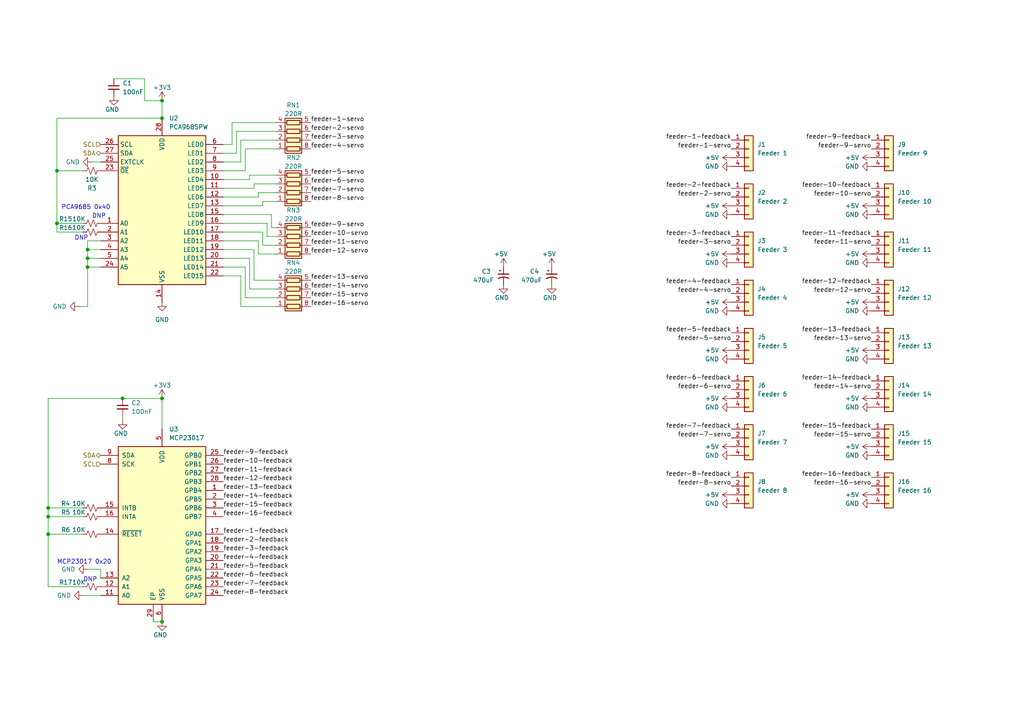
<source format=kicad_sch>
(kicad_sch (version 20230121) (generator eeschema)
  (paper "A4")
  (lib_symbols
    (symbol "Connector_Generic:Conn_01x04" (pin_names (offset 1.016) hide)
      (property "Reference" "J" (at 0 5.08 0))
      (property "Value" "Conn_01x04" (at 0 -7.62 0))
      (symbol "Conn_01x04_1_1"
        (rectangle (start -1.27 -4.953) (end 0 -5.207) (stroke (width 0.1524)))
        (rectangle (start -1.27 -2.413) (end 0 -2.667) (stroke (width 0.1524)))
        (rectangle (start -1.27 0.127) (end 0 -0.127) (stroke (width 0.1524)))
        (rectangle (start -1.27 2.667) (end 0 2.413) (stroke (width 0.1524)))
        (rectangle (start -1.27 3.81) (end 1.27 -6.35) (stroke (width 0.254)) (fill (type background)))
        (pin passive line (at -5.08 2.54 0) (length 3.81) (name "Pin_1") (number "1"))
        (pin passive line (at -5.08 0 0) (length 3.81) (name "Pin_2") (number "2"))
        (pin passive line (at -5.08 -2.54 0) (length 3.81) (name "Pin_3") (number "3"))
        (pin passive line (at -5.08 -5.08 0) (length 3.81) (name "Pin_4") (number "4"))
      )
    )
    (symbol "Device:C_Polarized_Small_US" (pin_numbers hide) (pin_names (offset 0.254) hide)
      (property "Reference" "C" (at 0.254 1.778 0))
      (property "Value" "C_Polarized_Small_US" (at 0.254 -2.032 0))
      (symbol "C_Polarized_Small_US_0_1"
        (polyline (pts (xy -1.524 0.508) (xy 1.524 0.508)) (stroke (width 0.3048)))
        (polyline (pts (xy -1.27 1.524) (xy -0.762 1.524)))
        (polyline (pts (xy -1.016 1.27) (xy -1.016 1.778)))
        (arc (start 1.524 -0.762) (mid 0 -0.3734) (end -1.524 -0.762) (stroke (width 0.3048)))
      )
      (symbol "C_Polarized_Small_US_1_1"
        (pin passive line (at 0 2.54 270) (length 2.032) (name "~") (number "1"))
        (pin passive line (at 0 -2.54 90) (length 2.032) (name "~") (number "2"))
      )
    )
    (symbol "Device:C_Small" (pin_numbers hide) (pin_names (offset 0.254) hide)
      (property "Reference" "C" (at 0.254 1.778 0))
      (property "Value" "C_Small" (at 0.254 -2.032 0))
      (symbol "C_Small_0_1"
        (polyline (pts (xy -1.524 -0.508) (xy 1.524 -0.508)) (stroke (width 0.3302)))
        (polyline (pts (xy -1.524 0.508) (xy 1.524 0.508)) (stroke (width 0.3048)))
      )
      (symbol "C_Small_1_1"
        (pin passive line (at 0 2.54 270) (length 2.032) (name "~") (number "1"))
        (pin passive line (at 0 -2.54 90) (length 2.032) (name "~") (number "2"))
      )
    )
    (symbol "Device:R_Pack04" (pin_names (offset 0) hide)
      (property "Reference" "RN" (at -7.62 0 90))
      (property "Value" "R_Pack04" (at 5.08 0 90))
      (symbol "R_Pack04_0_1"
        (rectangle (start -6.35 -2.413) (end 3.81 2.413) (stroke (width 0.254)) (fill (type background)))
        (rectangle (start -5.715 1.905) (end -4.445 -1.905) (stroke (width 0.254)))
        (rectangle (start -3.175 1.905) (end -1.905 -1.905) (stroke (width 0.254)))
        (rectangle (start -0.635 1.905) (end 0.635 -1.905) (stroke (width 0.254)))
        (polyline (pts (xy -5.08 -2.54) (xy -5.08 -1.905)))
        (polyline (pts (xy -5.08 1.905) (xy -5.08 2.54)))
        (polyline (pts (xy -2.54 -2.54) (xy -2.54 -1.905)))
        (polyline (pts (xy -2.54 1.905) (xy -2.54 2.54)))
        (polyline (pts (xy 0 -2.54) (xy 0 -1.905)))
        (polyline (pts (xy 0 1.905) (xy 0 2.54)))
        (polyline (pts (xy 2.54 -2.54) (xy 2.54 -1.905)))
        (polyline (pts (xy 2.54 1.905) (xy 2.54 2.54)))
        (rectangle (start 1.905 1.905) (end 3.175 -1.905) (stroke (width 0.254)))
      )
      (symbol "R_Pack04_1_1"
        (pin passive line (at -5.08 -5.08 90) (length 2.54) (name "R1.1") (number "1"))
        (pin passive line (at -2.54 -5.08 90) (length 2.54) (name "R2.1") (number "2"))
        (pin passive line (at 0 -5.08 90) (length 2.54) (name "R3.1") (number "3"))
        (pin passive line (at 2.54 -5.08 90) (length 2.54) (name "R4.1") (number "4"))
        (pin passive line (at 2.54 5.08 270) (length 2.54) (name "R4.2") (number "5"))
        (pin passive line (at 0 5.08 270) (length 2.54) (name "R3.2") (number "6"))
        (pin passive line (at -2.54 5.08 270) (length 2.54) (name "R2.2") (number "7"))
        (pin passive line (at -5.08 5.08 270) (length 2.54) (name "R1.2") (number "8"))
      )
    )
    (symbol "Device:R_Small_US" (pin_numbers hide) (pin_names (offset 0.254) hide)
      (property "Reference" "R" (at 0.762 0.508 0))
      (property "Value" "R_Small_US" (at 0.762 -1.016 0))
      (symbol "R_Small_US_1_1"
        (polyline (pts (xy 0 0) (xy 1.016 -0.381) (xy 0 -0.762) (xy -1.016 -1.143) (xy 0 -1.524)))
        (polyline (pts (xy 0 1.524) (xy 1.016 1.143) (xy 0 0.762) (xy -1.016 0.381) (xy 0 0)))
        (pin passive line (at 0 2.54 270) (length 1.016) (name "~") (number "1"))
        (pin passive line (at 0 -2.54 90) (length 1.016) (name "~") (number "2"))
      )
    )
    (symbol "Driver_LED:PCA9685PW"
      (property "Reference" "U" (at -12.7 22.225 0))
      (property "Value" "PCA9685PW" (at 1.27 22.225 0))
      (symbol "PCA9685PW_0_1"
        (rectangle (start -12.7 20.32) (end 12.7 -22.86) (stroke (width 0.254)) (fill (type background)))
      )
      (symbol "PCA9685PW_1_1"
        (pin input line (at -17.78 -5.08 0) (length 5.08) (name "A0") (number "1"))
        (pin output line (at 17.78 7.62 180) (length 5.08) (name "LED4") (number "10"))
        (pin output line (at 17.78 5.08 180) (length 5.08) (name "LED5") (number "11"))
        (pin output line (at 17.78 2.54 180) (length 5.08) (name "LED6") (number "12"))
        (pin output line (at 17.78 0 180) (length 5.08) (name "LED7") (number "13"))
        (pin power_in line (at 0 -27.94 90) (length 5.08) (name "VSS") (number "14"))
        (pin output line (at 17.78 -2.54 180) (length 5.08) (name "LED8") (number "15"))
        (pin output line (at 17.78 -5.08 180) (length 5.08) (name "LED9") (number "16"))
        (pin output line (at 17.78 -7.62 180) (length 5.08) (name "LED10") (number "17"))
        (pin output line (at 17.78 -10.16 180) (length 5.08) (name "LED11") (number "18"))
        (pin output line (at 17.78 -12.7 180) (length 5.08) (name "LED12") (number "19"))
        (pin input line (at -17.78 -7.62 0) (length 5.08) (name "A1") (number "2"))
        (pin output line (at 17.78 -15.24 180) (length 5.08) (name "LED13") (number "20"))
        (pin output line (at 17.78 -17.78 180) (length 5.08) (name "LED14") (number "21"))
        (pin output line (at 17.78 -20.32 180) (length 5.08) (name "LED15") (number "22"))
        (pin input line (at -17.78 10.16 0) (length 5.08) (name "~{OE}") (number "23"))
        (pin input line (at -17.78 -17.78 0) (length 5.08) (name "A5") (number "24"))
        (pin input line (at -17.78 12.7 0) (length 5.08) (name "EXTCLK") (number "25"))
        (pin input line (at -17.78 17.78 0) (length 5.08) (name "SCL") (number "26"))
        (pin bidirectional line (at -17.78 15.24 0) (length 5.08) (name "SDA") (number "27"))
        (pin power_in line (at 0 25.4 270) (length 5.08) (name "VDD") (number "28"))
        (pin input line (at -17.78 -10.16 0) (length 5.08) (name "A2") (number "3"))
        (pin input line (at -17.78 -12.7 0) (length 5.08) (name "A3") (number "4"))
        (pin input line (at -17.78 -15.24 0) (length 5.08) (name "A4") (number "5"))
        (pin output line (at 17.78 17.78 180) (length 5.08) (name "LED0") (number "6"))
        (pin output line (at 17.78 15.24 180) (length 5.08) (name "LED1") (number "7"))
        (pin output line (at 17.78 12.7 180) (length 5.08) (name "LED2") (number "8"))
        (pin output line (at 17.78 10.16 180) (length 5.08) (name "LED3") (number "9"))
      )
    )
    (symbol "Interface_Expansion:MCP23017_ML" (pin_names (offset 1.016))
      (property "Reference" "U" (at -11.43 24.13 0))
      (property "Value" "MCP23017_ML" (at 0 0 0))
      (symbol "MCP23017_ML_0_1"
        (rectangle (start -12.7 22.86) (end 12.7 -22.86) (stroke (width 0.254)) (fill (type background)))
      )
      (symbol "MCP23017_ML_1_1"
        (pin bidirectional line (at 17.78 10.16 180) (length 5.08) (name "GPB4") (number "1"))
        (pin no_connect line (at -12.7 12.7 0) (length 5.08) hide (name "NC") (number "10"))
        (pin input line (at -17.78 -20.32 0) (length 5.08) (name "A0") (number "11"))
        (pin input line (at -17.78 -17.78 0) (length 5.08) (name "A1") (number "12"))
        (pin input line (at -17.78 -15.24 0) (length 5.08) (name "A2") (number "13"))
        (pin input line (at -17.78 -2.54 0) (length 5.08) (name "~{RESET}") (number "14"))
        (pin tri_state line (at -17.78 5.08 0) (length 5.08) (name "INTB") (number "15"))
        (pin tri_state line (at -17.78 2.54 0) (length 5.08) (name "INTA") (number "16"))
        (pin bidirectional line (at 17.78 -2.54 180) (length 5.08) (name "GPA0") (number "17"))
        (pin bidirectional line (at 17.78 -5.08 180) (length 5.08) (name "GPA1") (number "18"))
        (pin bidirectional line (at 17.78 -7.62 180) (length 5.08) (name "GPA2") (number "19"))
        (pin bidirectional line (at 17.78 7.62 180) (length 5.08) (name "GPB5") (number "2"))
        (pin bidirectional line (at 17.78 -10.16 180) (length 5.08) (name "GPA3") (number "20"))
        (pin bidirectional line (at 17.78 -12.7 180) (length 5.08) (name "GPA4") (number "21"))
        (pin bidirectional line (at 17.78 -15.24 180) (length 5.08) (name "GPA5") (number "22"))
        (pin bidirectional line (at 17.78 -17.78 180) (length 5.08) (name "GPA6") (number "23"))
        (pin bidirectional line (at 17.78 -20.32 180) (length 5.08) (name "GPA7") (number "24"))
        (pin bidirectional line (at 17.78 20.32 180) (length 5.08) (name "GPB0") (number "25"))
        (pin bidirectional line (at 17.78 17.78 180) (length 5.08) (name "GPB1") (number "26"))
        (pin bidirectional line (at 17.78 15.24 180) (length 5.08) (name "GPB2") (number "27"))
        (pin bidirectional line (at 17.78 12.7 180) (length 5.08) (name "GPB3") (number "28"))
        (pin passive line (at -2.54 -27.94 90) (length 5.08) (name "EP") (number "29"))
        (pin bidirectional line (at 17.78 5.08 180) (length 5.08) (name "GPB6") (number "3"))
        (pin bidirectional line (at 17.78 2.54 180) (length 5.08) (name "GPB7") (number "4"))
        (pin power_in line (at 0 27.94 270) (length 5.08) (name "VDD") (number "5"))
        (pin power_in line (at 0 -27.94 90) (length 5.08) (name "VSS") (number "6"))
        (pin no_connect line (at -12.7 15.24 0) (length 5.08) hide (name "NC") (number "7"))
        (pin input line (at -17.78 17.78 0) (length 5.08) (name "SCK") (number "8"))
        (pin bidirectional line (at -17.78 20.32 0) (length 5.08) (name "SDA") (number "9"))
      )
    )
    (symbol "power:+3V3" (power) (pin_names (offset 0))
      (property "Value" "+3V3" (at 0 3.556 0))
      (symbol "+3V3_0_1"
        (polyline (pts (xy -0.762 1.27) (xy 0 2.54)))
        (polyline (pts (xy 0 0) (xy 0 2.54)))
        (polyline (pts (xy 0 2.54) (xy 0.762 1.27)))
      )
      (symbol "+3V3_1_1"
        (pin power_in line (at 0 0 90) (length 0) hide (name "+3V3") (number "1"))
      )
    )
    (symbol "power:+5V" (power) (pin_names (offset 0))
      (property "Value" "+5V" (at 0 3.556 0))
      (symbol "+5V_0_1"
        (polyline (pts (xy -0.762 1.27) (xy 0 2.54)))
        (polyline (pts (xy 0 0) (xy 0 2.54)))
        (polyline (pts (xy 0 2.54) (xy 0.762 1.27)))
      )
      (symbol "+5V_1_1"
        (pin power_in line (at 0 0 90) (length 0) hide (name "+5V") (number "1"))
      )
    )
    (symbol "power:GND" (power) (pin_names (offset 0))
      (property "Value" "GND" (at 0 -3.81 0))
      (symbol "GND_0_1"
        (polyline (pts (xy 0 0) (xy 0 -1.27) (xy 1.27 -1.27) (xy 0 -2.54) (xy -1.27 -1.27) (xy 0 -1.27)))
      )
      (symbol "GND_1_1"
        (pin power_in line (at 0 0 270) (length 0) hide (name "GND") (number "1"))
      )
    )
  )
  (junction (at 13.97 154.94))
  (junction (at 16.51 49.53))
  (junction (at 16.51 64.77))
  (junction (at 13.97 149.86))
  (junction (at 13.97 147.32))
  (junction (at 25.4 74.93))
  (junction (at 46.99 34.29))
  (junction (at 46.99 29.21))
  (junction (at 46.99 115.57))
  (junction (at 35.56 115.57))
  (junction (at 25.4 77.47))
  (junction (at 25.4 72.39))
  (junction (at 46.99 180.34))
  (wire (pts (xy 16.51 64.77) (xy 16.51 49.53)))
  (wire (pts (xy 24.13 172.72) (xy 29.21 172.72)))
  (wire (pts (xy 13.97 147.32) (xy 24.13 147.32)))
  (wire (pts (xy 13.97 149.86) (xy 13.97 154.94)))
  (wire (pts (xy 69.85 40.64) (xy 80.01 40.64)))
  (wire (pts (xy 78.74 66.04) (xy 80.01 66.04)))
  (wire (pts (xy 72.39 74.93) (xy 64.77 74.93)))
  (wire (pts (xy 25.4 74.93) (xy 25.4 77.47)))
  (wire (pts (xy 25.4 72.39) (xy 25.4 74.93)))
  (wire (pts (xy 73.66 54.61) (xy 64.77 54.61)))
  (wire (pts (xy 64.77 41.91) (xy 67.31 41.91)))
  (wire (pts (xy 74.93 57.15) (xy 74.93 55.88)))
  (wire (pts (xy 25.4 74.93) (xy 29.21 74.93)))
  (wire (pts (xy 72.39 50.8) (xy 80.01 50.8)))
  (wire (pts (xy 80.01 58.42) (xy 76.2 58.42)))
  (wire (pts (xy 76.2 58.42) (xy 76.2 59.69)))
  (wire (pts (xy 76.2 59.69) (xy 64.77 59.69)))
  (wire (pts (xy 80.01 53.34) (xy 73.66 53.34)))
  (wire (pts (xy 13.97 149.86) (xy 24.13 149.86)))
  (wire (pts (xy 69.85 80.01) (xy 64.77 80.01)))
  (wire (pts (xy 35.56 115.57) (xy 13.97 115.57)))
  (wire (pts (xy 35.56 121.92) (xy 35.56 120.65)))
  (wire (pts (xy 80.01 88.9) (xy 69.85 88.9)))
  (wire (pts (xy 74.93 73.66) (xy 80.01 73.66)))
  (wire (pts (xy 69.85 46.99) (xy 69.85 40.64)))
  (wire (pts (xy 80.01 68.58) (xy 77.47 68.58)))
  (wire (pts (xy 68.58 44.45) (xy 64.77 44.45)))
  (wire (pts (xy 25.4 88.9) (xy 22.86 88.9)))
  (wire (pts (xy 25.4 77.47) (xy 29.21 77.47)))
  (wire (pts (xy 29.21 165.1) (xy 29.21 167.64)))
  (wire (pts (xy 77.47 64.77) (xy 64.77 64.77)))
  (wire (pts (xy 16.51 64.77) (xy 24.13 64.77)))
  (wire (pts (xy 46.99 115.57) (xy 46.99 124.46)))
  (wire (pts (xy 74.93 55.88) (xy 80.01 55.88)))
  (wire (pts (xy 26.67 46.99) (xy 29.21 46.99)))
  (wire (pts (xy 44.45 180.34) (xy 46.99 180.34)))
  (wire (pts (xy 77.47 68.58) (xy 77.47 64.77)))
  (wire (pts (xy 80.01 83.82) (xy 72.39 83.82)))
  (wire (pts (xy 80.01 43.18) (xy 71.12 43.18)))
  (wire (pts (xy 73.66 81.28) (xy 80.01 81.28)))
  (wire (pts (xy 25.4 69.85) (xy 29.21 69.85)))
  (wire (pts (xy 64.77 77.47) (xy 71.12 77.47)))
  (wire (pts (xy 16.51 34.29) (xy 16.51 49.53)))
  (wire (pts (xy 67.31 41.91) (xy 67.31 35.56)))
  (wire (pts (xy 33.02 22.86) (xy 41.91 22.86)))
  (wire (pts (xy 76.2 67.31) (xy 76.2 71.12)))
  (wire (pts (xy 64.77 67.31) (xy 76.2 67.31)))
  (wire (pts (xy 76.2 71.12) (xy 80.01 71.12)))
  (wire (pts (xy 71.12 43.18) (xy 71.12 49.53)))
  (wire (pts (xy 71.12 86.36) (xy 80.01 86.36)))
  (wire (pts (xy 69.85 88.9) (xy 69.85 80.01)))
  (wire (pts (xy 13.97 170.18) (xy 24.13 170.18)))
  (wire (pts (xy 41.91 22.86) (xy 41.91 29.21)))
  (wire (pts (xy 13.97 154.94) (xy 24.13 154.94)))
  (wire (pts (xy 74.93 69.85) (xy 74.93 73.66)))
  (wire (pts (xy 25.4 77.47) (xy 25.4 88.9)))
  (wire (pts (xy 64.77 52.07) (xy 72.39 52.07)))
  (wire (pts (xy 72.39 83.82) (xy 72.39 74.93)))
  (wire (pts (xy 16.51 67.31) (xy 16.51 64.77)))
  (wire (pts (xy 64.77 49.53) (xy 71.12 49.53)))
  (wire (pts (xy 25.4 72.39) (xy 29.21 72.39)))
  (wire (pts (xy 41.91 29.21) (xy 46.99 29.21)))
  (wire (pts (xy 64.77 62.23) (xy 78.74 62.23)))
  (wire (pts (xy 13.97 115.57) (xy 13.97 147.32)))
  (wire (pts (xy 64.77 57.15) (xy 74.93 57.15)))
  (wire (pts (xy 73.66 53.34) (xy 73.66 54.61)))
  (wire (pts (xy 71.12 77.47) (xy 71.12 86.36)))
  (wire (pts (xy 16.51 49.53) (xy 24.13 49.53)))
  (wire (pts (xy 46.99 34.29) (xy 16.51 34.29)))
  (wire (pts (xy 35.56 115.57) (xy 46.99 115.57)))
  (wire (pts (xy 13.97 170.18) (xy 13.97 154.94)))
  (wire (pts (xy 25.4 165.1) (xy 29.21 165.1)))
  (wire (pts (xy 68.58 38.1) (xy 68.58 44.45)))
  (wire (pts (xy 64.77 72.39) (xy 73.66 72.39)))
  (wire (pts (xy 13.97 147.32) (xy 13.97 149.86)))
  (wire (pts (xy 25.4 69.85) (xy 25.4 72.39)))
  (wire (pts (xy 64.77 46.99) (xy 69.85 46.99)))
  (wire (pts (xy 80.01 38.1) (xy 68.58 38.1)))
  (wire (pts (xy 72.39 52.07) (xy 72.39 50.8)))
  (wire (pts (xy 24.13 67.31) (xy 16.51 67.31)))
  (wire (pts (xy 78.74 62.23) (xy 78.74 66.04)))
  (wire (pts (xy 67.31 35.56) (xy 80.01 35.56)))
  (wire (pts (xy 64.77 69.85) (xy 74.93 69.85)))
  (wire (pts (xy 46.99 29.21) (xy 46.99 34.29)))
  (wire (pts (xy 73.66 72.39) (xy 73.66 81.28)))
  (text "MCP23017 0x20" (at 16.51 163.83 0) (effects (font (size 1.27 1.27)) (justify left bottom)))
  (text "PCA9685 0x40" (at 17.78 60.96 0) (effects (font (size 1.27 1.27)) (justify left bottom)))
  (text "DNP" (at 21.59 69.85 0) (effects (font (size 1.27 1.27)) (justify left bottom)))
  (text "DNP" (at 24.13 168.91 0) (effects (font (size 1.27 1.27)) (justify left bottom)))
  (text "DNP" (at 26.67 63.5 0) (effects (font (size 1.27 1.27)) (justify left bottom)))
  (label "feeder-6-feedback" (at 64.77 167.64 0))
  (label "feeder-1-feedback" (at 212.09 40.64 180))
  (label "feeder-16-feedback" (at 252.73 138.43 180))
  (label "feeder-13-feedback" (at 64.77 142.24 0))
  (label "feeder-6-servo" (at 212.09 113.03 180))
  (label "feeder-7-feedback" (at 212.09 124.46 180))
  (label "feeder-13-feedback" (at 252.73 96.52 180))
  (label "feeder-1-servo" (at 90.17 35.56 0))
  (label "feeder-5-feedback" (at 64.77 165.1 0))
  (label "feeder-14-servo" (at 252.73 113.03 180))
  (label "feeder-7-feedback" (at 64.77 170.18 0))
  (label "feeder-11-servo" (at 90.17 71.12 0))
  (label "feeder-5-servo" (at 212.09 99.06 180))
  (label "feeder-10-servo" (at 252.73 57.15 180))
  (label "feeder-9-feedback" (at 252.73 40.64 180))
  (label "feeder-3-feedback" (at 64.77 160.02 0))
  (label "feeder-10-feedback" (at 252.73 54.61 180))
  (label "feeder-8-servo" (at 212.09 140.97 180))
  (label "feeder-15-feedback" (at 252.73 124.46 180))
  (label "feeder-14-feedback" (at 252.73 110.49 180))
  (label "feeder-15-servo" (at 252.73 127 180))
  (label "feeder-5-servo" (at 90.17 50.8 0))
  (label "feeder-2-feedback" (at 64.77 157.48 0))
  (label "feeder-12-servo" (at 252.73 85.09 180))
  (label "feeder-8-feedback" (at 212.09 138.43 180))
  (label "feeder-1-feedback" (at 64.77 154.94 0))
  (label "feeder-4-feedback" (at 64.77 162.56 0))
  (label "feeder-14-feedback" (at 64.77 144.78 0))
  (label "feeder-9-feedback" (at 64.77 132.08 0))
  (label "feeder-11-feedback" (at 64.77 137.16 0))
  (label "feeder-15-feedback" (at 64.77 147.32 0))
  (label "feeder-3-feedback" (at 212.09 68.58 180))
  (label "feeder-1-servo" (at 212.09 43.18 180))
  (label "feeder-16-servo" (at 252.73 140.97 180))
  (label "feeder-12-servo" (at 90.17 73.66 0))
  (label "feeder-4-feedback" (at 212.09 82.55 180))
  (label "feeder-11-servo" (at 252.73 71.12 180))
  (label "feeder-6-servo" (at 90.17 53.34 0))
  (label "feeder-9-servo" (at 252.73 43.18 180))
  (label "feeder-8-feedback" (at 64.77 172.72 0))
  (label "feeder-16-servo" (at 90.17 88.9 0))
  (label "feeder-5-feedback" (at 212.09 96.52 180))
  (label "feeder-2-servo" (at 90.17 38.1 0))
  (label "feeder-2-servo" (at 212.09 57.15 180))
  (label "feeder-4-servo" (at 212.09 85.09 180))
  (label "feeder-3-servo" (at 90.17 40.64 0))
  (label "feeder-10-servo" (at 90.17 68.58 0))
  (label "feeder-9-servo" (at 90.17 66.04 0))
  (label "feeder-16-feedback" (at 64.77 149.86 0))
  (label "feeder-14-servo" (at 90.17 83.82 0))
  (label "feeder-7-servo" (at 212.09 127 180))
  (label "feeder-12-feedback" (at 252.73 82.55 180))
  (label "feeder-13-servo" (at 90.17 81.28 0))
  (label "feeder-12-feedback" (at 64.77 139.7 0))
  (label "feeder-11-feedback" (at 252.73 68.58 180))
  (label "feeder-3-servo" (at 212.09 71.12 180))
  (label "feeder-2-feedback" (at 212.09 54.61 180))
  (label "feeder-10-feedback" (at 64.77 134.62 0))
  (label "feeder-6-feedback" (at 212.09 110.49 180))
  (label "feeder-8-servo" (at 90.17 58.42 0))
  (label "feeder-7-servo" (at 90.17 55.88 0))
  (label "feeder-15-servo" (at 90.17 86.36 0))
  (label "feeder-13-servo" (at 252.73 99.06 180))
  (label "feeder-4-servo" (at 90.17 43.18 0))
  (hierarchical_label "SCL" (shape input) (at 29.21 134.62 180))
  (hierarchical_label "SDA" (shape bidirectional) (at 29.21 132.08 180))
  (hierarchical_label "SCL" (shape input) (at 29.21 41.91 180))
  (hierarchical_label "SDA" (shape bidirectional) (at 29.21 44.45 180))
  (symbol (lib_id "Device:C_Small") (at 33.02 25.4 0) (unit 1)
    (property "Reference" "C1" (at 35.56 24.1362 0) (effects (justify left)))
    (property "Value" "100nF" (at 35.56 26.6762 0) (effects (justify left)))
    (property "Footprint" "Capacitor_SMD:C_0603_1608Metric_Pad1.08x0.95mm_HandSolder" (effects hide))
    (property "Mouser" "791-0603B822K250CT" (effects hide))
    (property "LCSC" "C113812" (effects hide))
  )
  (symbol (lib_id "power:GND") (at 35.56 121.92 0) (unit 1)
    (property "Reference" "#PWR06" (effects hide))
    (property "Value" "GND" (at 33.02 125.73 0) (effects (justify left)))
  )
  (symbol (lib_id "Connector_Generic:Conn_01x04") (at 217.17 140.97 0) (unit 1)
    (property "Reference" "J8" (at 219.71 139.6999 0) (effects (justify left)))
    (property "Value" "Feeder 8" (at 219.71 142.2399 0) (effects (justify left)))
    (property "Footprint" "Connector_PinHeader_2.54mm:PinHeader_1x04_P2.54mm_Vertical" (effects hide))
  )
  (symbol (lib_id "Device:R_Pack04") (at 85.09 53.34 270) (mirror x) (unit 1)
    (property "Reference" "RN2" (at 85.09 45.72 90))
    (property "Value" "220R" (at 85.09 48.26 90))
    (property "Footprint" "Resistor_SMD:R_Array_Concave_4x0402" (effects hide))
  )
  (symbol (lib_id "power:GND") (at 252.73 132.08 270) (unit 1)
    (property "Reference" "#PWR044" (effects hide))
    (property "Value" "GND" (at 245.11 132.08 90) (effects (justify left)))
  )
  (symbol (lib_id "power:GND") (at 46.99 87.63 0) (unit 1)
    (property "Reference" "#PWR08" (effects hide))
    (property "Value" "GND" (at 46.99 92.71 0))
  )
  (symbol (lib_id "Device:C_Small") (at 35.56 118.11 0) (unit 1)
    (property "Reference" "C2" (at 38.1 116.8462 0) (effects (justify left)))
    (property "Value" "100nF" (at 38.1 119.3862 0) (effects (justify left)))
    (property "Footprint" "Capacitor_SMD:C_0603_1608Metric_Pad1.08x0.95mm_HandSolder" (effects hide))
    (property "Mouser" "791-0603B822K250CT" (effects hide))
    (property "LCSC" "C113812" (effects hide))
  )
  (symbol (lib_id "power:GND") (at 26.67 46.99 270) (unit 1)
    (property "Reference" "#PWR04" (effects hide))
    (property "Value" "GND" (at 19.05 46.99 90) (effects (justify left)))
  )
  (symbol (lib_id "Device:R_Small_US") (at 26.67 154.94 90) (unit 1)
    (property "Reference" "R6" (at 19.05 153.67 90))
    (property "Value" "10K" (at 22.86 153.67 90))
    (property "Footprint" "Resistor_SMD:R_0603_1608Metric_Pad0.98x0.95mm_HandSolder" (effects hide))
    (property "Mouser" "279-CRGCQ0603F10K" (effects hide))
    (property "LCSC" "C98220" (effects hide))
  )
  (symbol (lib_id "Connector_Generic:Conn_01x04") (at 257.81 57.15 0) (unit 1)
    (property "Reference" "J10" (at 260.35 55.8799 0) (effects (justify left)))
    (property "Value" "Feeder 10" (at 260.35 58.4199 0) (effects (justify left)))
    (property "Footprint" "Connector_PinHeader_2.54mm:PinHeader_1x04_P2.54mm_Vertical" (effects hide))
  )
  (symbol (lib_id "power:GND") (at 252.73 62.23 270) (unit 1)
    (property "Reference" "#PWR034" (effects hide))
    (property "Value" "GND" (at 245.11 62.23 90) (effects (justify left)))
  )
  (symbol (lib_id "power:GND") (at 252.73 90.17 270) (unit 1)
    (property "Reference" "#PWR038" (effects hide))
    (property "Value" "GND" (at 245.11 90.17 90) (effects (justify left)))
  )
  (symbol (lib_id "power:+5V") (at 212.09 59.69 90) (unit 1)
    (property "Reference" "#PWR017" (effects hide))
    (property "Value" "+5V" (at 204.47 59.69 90) (effects (justify right)))
  )
  (symbol (lib_id "Connector_Generic:Conn_01x04") (at 257.81 43.18 0) (unit 1)
    (property "Reference" "J9" (at 260.35 41.9099 0) (effects (justify left)))
    (property "Value" "Feeder 9" (at 260.35 44.4499 0) (effects (justify left)))
    (property "Footprint" "Connector_PinHeader_2.54mm:PinHeader_1x04_P2.54mm_Vertical" (effects hide))
  )
  (symbol (lib_id "power:+3V3") (at 46.99 29.21 0) (unit 1)
    (property "Reference" "#PWR07" (effects hide))
    (property "Value" "+3V3" (at 46.99 25.4 0))
  )
  (symbol (lib_id "Device:R_Small_US") (at 26.67 149.86 90) (unit 1)
    (property "Reference" "R5" (at 19.05 148.59 90))
    (property "Value" "10K" (at 22.86 148.59 90))
    (property "Footprint" "Resistor_SMD:R_0603_1608Metric_Pad0.98x0.95mm_HandSolder" (effects hide))
    (property "Mouser" "279-CRGCQ0603F10K" (effects hide))
    (property "LCSC" "C98220" (effects hide))
  )
  (symbol (lib_id "power:GND") (at 212.09 146.05 270) (unit 1)
    (property "Reference" "#PWR030" (effects hide))
    (property "Value" "GND" (at 204.47 146.05 90) (effects (justify left)))
  )
  (symbol (lib_id "Connector_Generic:Conn_01x04") (at 217.17 71.12 0) (unit 1)
    (property "Reference" "J3" (at 219.71 69.8499 0) (effects (justify left)))
    (property "Value" "Feeder 3" (at 219.71 72.3899 0) (effects (justify left)))
    (property "Footprint" "Connector_PinHeader_2.54mm:PinHeader_1x04_P2.54mm_Vertical" (effects hide))
  )
  (symbol (lib_id "Device:R_Small_US") (at 26.67 170.18 90) (unit 1)
    (property "Reference" "R17" (at 19.05 168.91 90))
    (property "Value" "10K" (at 22.86 168.91 90))
    (property "Footprint" "Resistor_SMD:R_0603_1608Metric_Pad0.98x0.95mm_HandSolder" (effects hide))
    (property "Mouser" "279-CRGCQ0603F10K" (effects hide))
    (property "LCSC" "C98220" (effects hide))
  )
  (symbol (lib_id "Connector_Generic:Conn_01x04") (at 217.17 57.15 0) (unit 1)
    (property "Reference" "J2" (at 219.71 55.8799 0) (effects (justify left)))
    (property "Value" "Feeder 2" (at 219.71 58.4199 0) (effects (justify left)))
    (property "Footprint" "Connector_PinHeader_2.54mm:PinHeader_1x04_P2.54mm_Vertical" (effects hide))
  )
  (symbol (lib_id "power:GND") (at 33.02 27.94 0) (unit 1)
    (property "Reference" "#PWR05" (effects hide))
    (property "Value" "GND" (at 30.48 31.75 0) (effects (justify left)))
  )
  (symbol (lib_id "Connector_Generic:Conn_01x04") (at 217.17 127 0) (unit 1)
    (property "Reference" "J7" (at 219.71 125.7299 0) (effects (justify left)))
    (property "Value" "Feeder 7" (at 219.71 128.2699 0) (effects (justify left)))
    (property "Footprint" "Connector_PinHeader_2.54mm:PinHeader_1x04_P2.54mm_Vertical" (effects hide))
  )
  (symbol (lib_id "power:GND") (at 212.09 132.08 270) (unit 1)
    (property "Reference" "#PWR028" (effects hide))
    (property "Value" "GND" (at 204.47 132.08 90) (effects (justify left)))
  )
  (symbol (lib_id "power:+5V") (at 252.73 101.6 90) (unit 1)
    (property "Reference" "#PWR039" (effects hide))
    (property "Value" "+5V" (at 245.11 101.6 90) (effects (justify right)))
  )
  (symbol (lib_id "power:GND") (at 252.73 118.11 270) (unit 1)
    (property "Reference" "#PWR042" (effects hide))
    (property "Value" "GND" (at 245.11 118.11 90) (effects (justify left)))
  )
  (symbol (lib_id "Connector_Generic:Conn_01x04") (at 257.81 127 0) (unit 1)
    (property "Reference" "J15" (at 260.35 125.7299 0) (effects (justify left)))
    (property "Value" "Feeder 15" (at 260.35 128.2699 0) (effects (justify left)))
    (property "Footprint" "Connector_PinHeader_2.54mm:PinHeader_1x04_P2.54mm_Vertical" (effects hide))
  )
  (symbol (lib_id "power:GND") (at 146.05 82.55 0) (unit 1)
    (property "Reference" "#PWR012" (effects hide))
    (property "Value" "GND" (at 143.51 86.36 0) (effects (justify left)))
  )
  (symbol (lib_id "power:+5V") (at 252.73 143.51 90) (unit 1)
    (property "Reference" "#PWR045" (effects hide))
    (property "Value" "+5V" (at 245.11 143.51 90) (effects (justify right)))
  )
  (symbol (lib_id "power:+5V") (at 212.09 73.66 90) (unit 1)
    (property "Reference" "#PWR019" (effects hide))
    (property "Value" "+5V" (at 204.47 73.66 90) (effects (justify right)))
  )
  (symbol (lib_id "power:GND") (at 212.09 48.26 270) (unit 1)
    (property "Reference" "#PWR016" (effects hide))
    (property "Value" "GND" (at 204.47 48.26 90) (effects (justify left)))
  )
  (symbol (lib_id "power:+5V") (at 212.09 129.54 90) (unit 1)
    (property "Reference" "#PWR027" (effects hide))
    (property "Value" "+5V" (at 204.47 129.54 90) (effects (justify right)))
  )
  (symbol (lib_id "Connector_Generic:Conn_01x04") (at 217.17 113.03 0) (unit 1)
    (property "Reference" "J6" (at 219.71 111.7599 0) (effects (justify left)))
    (property "Value" "Feeder 6" (at 219.71 114.2999 0) (effects (justify left)))
    (property "Footprint" "Connector_PinHeader_2.54mm:PinHeader_1x04_P2.54mm_Vertical" (effects hide))
  )
  (symbol (lib_id "power:+5V") (at 252.73 45.72 90) (unit 1)
    (property "Reference" "#PWR031" (effects hide))
    (property "Value" "+5V" (at 245.11 45.72 90) (effects (justify right)))
  )
  (symbol (lib_id "power:GND") (at 212.09 90.17 270) (unit 1)
    (property "Reference" "#PWR022" (effects hide))
    (property "Value" "GND" (at 204.47 90.17 90) (effects (justify left)))
  )
  (symbol (lib_id "power:GND") (at 252.73 104.14 270) (unit 1)
    (property "Reference" "#PWR040" (effects hide))
    (property "Value" "GND" (at 245.11 104.14 90) (effects (justify left)))
  )
  (symbol (lib_id "power:+5V") (at 146.05 77.47 0) (unit 1)
    (property "Reference" "#PWR011" (effects hide))
    (property "Value" "+5V" (at 147.32 73.66 0) (effects (justify right)))
  )
  (symbol (lib_id "Connector_Generic:Conn_01x04") (at 257.81 140.97 0) (unit 1)
    (property "Reference" "J16" (at 260.35 139.6999 0) (effects (justify left)))
    (property "Value" "Feeder 16" (at 260.35 142.2399 0) (effects (justify left)))
    (property "Footprint" "Connector_PinHeader_2.54mm:PinHeader_1x04_P2.54mm_Vertical" (effects hide))
  )
  (symbol (lib_id "power:GND") (at 212.09 76.2 270) (unit 1)
    (property "Reference" "#PWR020" (effects hide))
    (property "Value" "GND" (at 204.47 76.2 90) (effects (justify left)))
  )
  (symbol (lib_id "power:GND") (at 212.09 118.11 270) (unit 1)
    (property "Reference" "#PWR026" (effects hide))
    (property "Value" "GND" (at 204.47 118.11 90) (effects (justify left)))
  )
  (symbol (lib_id "power:GND") (at 22.86 88.9 270) (unit 1)
    (property "Reference" "#PWR0105" (effects hide))
    (property "Value" "GND" (at 15.24 88.9 90) (effects (justify left)))
  )
  (symbol (lib_id "power:GND") (at 252.73 76.2 270) (unit 1)
    (property "Reference" "#PWR036" (effects hide))
    (property "Value" "GND" (at 245.11 76.2 90) (effects (justify left)))
  )
  (symbol (lib_id "Device:R_Small_US") (at 26.67 64.77 90) (unit 1)
    (property "Reference" "R15" (at 19.05 63.5 90))
    (property "Value" "10K" (at 22.86 63.5 90))
    (property "Footprint" "Resistor_SMD:R_0603_1608Metric_Pad0.98x0.95mm_HandSolder" (effects hide))
    (property "Mouser" "279-CRGCQ0603F10K" (effects hide))
    (property "LCSC" "C98220" (effects hide))
  )
  (symbol (lib_id "power:+5V") (at 212.09 115.57 90) (unit 1)
    (property "Reference" "#PWR025" (effects hide))
    (property "Value" "+5V" (at 204.47 115.57 90) (effects (justify right)))
  )
  (symbol (lib_id "power:GND") (at 160.02 82.55 0) (unit 1)
    (property "Reference" "#PWR014" (effects hide))
    (property "Value" "GND" (at 157.48 86.36 0) (effects (justify left)))
  )
  (symbol (lib_id "power:GND") (at 212.09 62.23 270) (unit 1)
    (property "Reference" "#PWR018" (effects hide))
    (property "Value" "GND" (at 204.47 62.23 90) (effects (justify left)))
  )
  (symbol (lib_id "Device:R_Small_US") (at 26.67 147.32 90) (unit 1)
    (property "Reference" "R4" (at 19.05 146.05 90))
    (property "Value" "10K" (at 22.86 146.05 90))
    (property "Footprint" "Resistor_SMD:R_0603_1608Metric_Pad0.98x0.95mm_HandSolder" (effects hide))
    (property "Mouser" "279-CRGCQ0603F10K" (effects hide))
    (property "LCSC" "C98220" (effects hide))
  )
  (symbol (lib_id "power:GND") (at 252.73 146.05 270) (unit 1)
    (property "Reference" "#PWR046" (effects hide))
    (property "Value" "GND" (at 245.11 146.05 90) (effects (justify left)))
  )
  (symbol (lib_id "Connector_Generic:Conn_01x04") (at 257.81 85.09 0) (unit 1)
    (property "Reference" "J12" (at 260.35 83.8199 0) (effects (justify left)))
    (property "Value" "Feeder 12" (at 260.35 86.3599 0) (effects (justify left)))
    (property "Footprint" "Connector_PinHeader_2.54mm:PinHeader_1x04_P2.54mm_Vertical" (effects hide))
  )
  (symbol (lib_id "Device:R_Pack04") (at 85.09 38.1 270) (mirror x) (unit 1)
    (property "Reference" "RN1" (at 85.09 30.48 90))
    (property "Value" "220R" (at 85.09 33.02 90))
    (property "Footprint" "Resistor_SMD:R_Array_Concave_4x0402" (effects hide))
  )
  (symbol (lib_id "power:+5V") (at 212.09 87.63 90) (unit 1)
    (property "Reference" "#PWR021" (effects hide))
    (property "Value" "+5V" (at 204.47 87.63 90) (effects (justify right)))
  )
  (symbol (lib_id "power:GND") (at 212.09 104.14 270) (unit 1)
    (property "Reference" "#PWR024" (effects hide))
    (property "Value" "GND" (at 204.47 104.14 90) (effects (justify left)))
  )
  (symbol (lib_id "Interface_Expansion:MCP23017_ML") (at 46.99 152.4 0) (unit 1)
    (property "Reference" "U3" (at 49.0094 124.46 0) (effects (justify left)))
    (property "Value" "MCP23017" (at 49.0094 127 0) (effects (justify left)))
    (property "Footprint" "Package_DFN_QFN:QFN-28-1EP_6x6mm_P0.65mm_EP4.25x4.25mm" (effects hide))
    (property "Datasheet" "http://ww1.microchip.com/downloads/en/DeviceDoc/20001952C.pdf" (effects hide))
  )
  (symbol (lib_id "power:+5V") (at 212.09 143.51 90) (unit 1)
    (property "Reference" "#PWR029" (effects hide))
    (property "Value" "+5V" (at 204.47 143.51 90) (effects (justify right)))
  )
  (symbol (lib_id "Connector_Generic:Conn_01x04") (at 257.81 113.03 0) (unit 1)
    (property "Reference" "J14" (at 260.35 111.7599 0) (effects (justify left)))
    (property "Value" "Feeder 14" (at 260.35 114.2999 0) (effects (justify left)))
    (property "Footprint" "Connector_PinHeader_2.54mm:PinHeader_1x04_P2.54mm_Vertical" (effects hide))
  )
  (symbol (lib_id "Connector_Generic:Conn_01x04") (at 257.81 71.12 0) (unit 1)
    (property "Reference" "J11" (at 260.35 69.8499 0) (effects (justify left)))
    (property "Value" "Feeder 11" (at 260.35 72.3899 0) (effects (justify left)))
    (property "Footprint" "Connector_PinHeader_2.54mm:PinHeader_1x04_P2.54mm_Vertical" (effects hide))
  )
  (symbol (lib_id "Connector_Generic:Conn_01x04") (at 217.17 43.18 0) (unit 1)
    (property "Reference" "J1" (at 219.71 41.9099 0) (effects (justify left)))
    (property "Value" "Feeder 1" (at 219.71 44.4499 0) (effects (justify left)))
    (property "Footprint" "Connector_PinHeader_2.54mm:PinHeader_1x04_P2.54mm_Vertical" (effects hide))
  )
  (symbol (lib_id "Device:C_Polarized_Small_US") (at 160.02 80.01 0) (unit 1)
    (property "Reference" "C4" (at 153.67 78.74 0) (effects (justify left)))
    (property "Value" "470uF" (at 151.13 81.28 0) (effects (justify left)))
    (property "Footprint" "Capacitor_THT:CP_Radial_D8.0mm_P5.00mm" (effects hide))
  )
  (symbol (lib_id "power:+5V") (at 252.73 59.69 90) (unit 1)
    (property "Reference" "#PWR033" (effects hide))
    (property "Value" "+5V" (at 245.11 59.69 90) (effects (justify right)))
  )
  (symbol (lib_id "Device:R_Small_US") (at 26.67 67.31 90) (unit 1)
    (property "Reference" "R16" (at 19.05 66.04 90))
    (property "Value" "10K" (at 22.86 66.04 90))
    (property "Footprint" "Resistor_SMD:R_0603_1608Metric_Pad0.98x0.95mm_HandSolder" (effects hide))
    (property "Mouser" "279-CRGCQ0603F10K" (effects hide))
    (property "LCSC" "C98220" (effects hide))
  )
  (symbol (lib_id "Connector_Generic:Conn_01x04") (at 257.81 99.06 0) (unit 1)
    (property "Reference" "J13" (at 260.35 97.7899 0) (effects (justify left)))
    (property "Value" "Feeder 13" (at 260.35 100.3299 0) (effects (justify left)))
    (property "Footprint" "Connector_PinHeader_2.54mm:PinHeader_1x04_P2.54mm_Vertical" (effects hide))
  )
  (symbol (lib_id "power:+5V") (at 252.73 129.54 90) (unit 1)
    (property "Reference" "#PWR043" (effects hide))
    (property "Value" "+5V" (at 245.11 129.54 90) (effects (justify right)))
  )
  (symbol (lib_id "power:GND") (at 46.99 180.34 0) (unit 1)
    (property "Reference" "#PWR010" (effects hide))
    (property "Value" "GND" (at 44.45 184.15 0) (effects (justify left)))
  )
  (symbol (lib_id "Connector_Generic:Conn_01x04") (at 217.17 85.09 0) (unit 1)
    (property "Reference" "J4" (at 219.71 83.8199 0) (effects (justify left)))
    (property "Value" "Feeder 4" (at 219.71 86.3599 0) (effects (justify left)))
    (property "Footprint" "Connector_PinHeader_2.54mm:PinHeader_1x04_P2.54mm_Vertical" (effects hide))
  )
  (symbol (lib_id "power:GND") (at 24.13 172.72 270) (unit 1)
    (property "Reference" "#PWR0107" (effects hide))
    (property "Value" "GND" (at 16.51 172.72 90) (effects (justify left)))
  )
  (symbol (lib_id "Device:C_Polarized_Small_US") (at 146.05 80.01 0) (unit 1)
    (property "Reference" "C3" (at 139.7 78.74 0) (effects (justify left)))
    (property "Value" "470uF" (at 137.16 81.28 0) (effects (justify left)))
    (property "Footprint" "Capacitor_THT:CP_Radial_D8.0mm_P5.00mm" (effects hide))
  )
  (symbol (lib_id "power:+5V") (at 252.73 73.66 90) (unit 1)
    (property "Reference" "#PWR035" (effects hide))
    (property "Value" "+5V" (at 245.11 73.66 90) (effects (justify right)))
  )
  (symbol (lib_id "power:+5V") (at 212.09 101.6 90) (unit 1)
    (property "Reference" "#PWR023" (effects hide))
    (property "Value" "+5V" (at 204.47 101.6 90) (effects (justify right)))
  )
  (symbol (lib_id "power:+5V") (at 252.73 115.57 90) (unit 1)
    (property "Reference" "#PWR041" (effects hide))
    (property "Value" "+5V" (at 245.11 115.57 90) (effects (justify right)))
  )
  (symbol (lib_id "Connector_Generic:Conn_01x04") (at 217.17 99.06 0) (unit 1)
    (property "Reference" "J5" (at 219.71 97.7899 0) (effects (justify left)))
    (property "Value" "Feeder 5" (at 219.71 100.3299 0) (effects (justify left)))
    (property "Footprint" "Connector_PinHeader_2.54mm:PinHeader_1x04_P2.54mm_Vertical" (effects hide))
  )
  (symbol (lib_id "power:GND") (at 25.4 165.1 270) (unit 1)
    (property "Reference" "#PWR0106" (effects hide))
    (property "Value" "GND" (at 17.78 165.1 90) (effects (justify left)))
  )
  (symbol (lib_id "power:+5V") (at 160.02 77.47 0) (unit 1)
    (property "Reference" "#PWR013" (effects hide))
    (property "Value" "+5V" (at 161.29 73.66 0) (effects (justify right)))
  )
  (symbol (lib_id "power:+3V3") (at 46.99 115.57 0) (unit 1)
    (property "Reference" "#PWR09" (effects hide))
    (property "Value" "+3V3" (at 46.99 111.76 0))
  )
  (symbol (lib_id "Device:R_Small_US") (at 26.67 49.53 90) (unit 1)
    (property "Reference" "R3" (at 26.67 54.61 90))
    (property "Value" "10K" (at 26.67 52.07 90))
    (property "Footprint" "Resistor_SMD:R_0603_1608Metric_Pad0.98x0.95mm_HandSolder" (effects hide))
    (property "Mouser" "279-CRGCQ0603F10K" (effects hide))
    (property "LCSC" "C98220" (effects hide))
  )
  (symbol (lib_id "power:+5V") (at 212.09 45.72 90) (unit 1)
    (property "Reference" "#PWR015" (effects hide))
    (property "Value" "+5V" (at 204.47 45.72 90) (effects (justify right)))
  )
  (symbol (lib_id "Device:R_Pack04") (at 85.09 68.58 270) (mirror x) (unit 1)
    (property "Reference" "RN3" (at 85.09 60.96 90))
    (property "Value" "220R" (at 85.09 63.5 90))
    (property "Footprint" "Resistor_SMD:R_Array_Concave_4x0402" (effects hide))
  )
  (symbol (lib_id "Driver_LED:PCA9685PW") (at 46.99 59.69 0) (unit 1)
    (property "Reference" "U2" (at 49.0094 34.29 0) (effects (justify left)))
    (property "Value" "PCA9685PW" (at 49.0094 36.83 0) (effects (justify left)))
    (property "Footprint" "Package_SO:TSSOP-28_4.4x9.7mm_P0.65mm" (effects hide))
    (property "Datasheet" "http://www.nxp.com/documents/data_sheet/PCA9685.pdf" (effects hide))
  )
  (symbol (lib_id "power:+5V") (at 252.73 87.63 90) (unit 1)
    (property "Reference" "#PWR037" (effects hide))
    (property "Value" "+5V" (at 245.11 87.63 90) (effects (justify right)))
  )
  (symbol (lib_id "power:GND") (at 252.73 48.26 270) (unit 1)
    (property "Reference" "#PWR032" (effects hide))
    (property "Value" "GND" (at 245.11 48.26 90) (effects (justify left)))
  )
  (symbol (lib_id "Device:R_Pack04") (at 85.09 83.82 270) (mirror x) (unit 1)
    (property "Reference" "RN4" (at 85.09 76.2 90))
    (property "Value" "220R" (at 85.09 78.74 90))
    (property "Footprint" "Resistor_SMD:R_Array_Concave_4x0402" (effects hide))
  )
)
</source>
